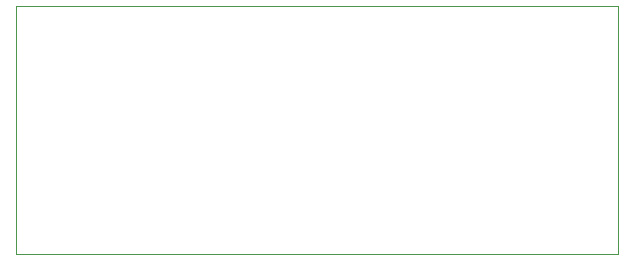
<source format=gbr>
%TF.GenerationSoftware,KiCad,Pcbnew,8.0.4*%
%TF.CreationDate,2024-08-28T21:01:28+05:30*%
%TF.ProjectId,Mitayi-Pico-RP2040,4d697461-7969-42d5-9069-636f2d525032,0.6*%
%TF.SameCoordinates,PX73df160PY5f2d3c0*%
%TF.FileFunction,Profile,NP*%
%FSLAX46Y46*%
G04 Gerber Fmt 4.6, Leading zero omitted, Abs format (unit mm)*
G04 Created by KiCad (PCBNEW 8.0.4) date 2024-08-28 21:01:28*
%MOMM*%
%LPD*%
G01*
G04 APERTURE LIST*
%TA.AperFunction,Profile*%
%ADD10C,0.100000*%
%TD*%
G04 APERTURE END LIST*
D10*
X0Y0D02*
X0Y21000000D01*
X51000000Y21000000D02*
X51000000Y0D01*
X0Y21000000D02*
X51000000Y21000000D01*
X51000000Y0D02*
X0Y0D01*
M02*

</source>
